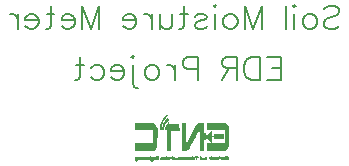
<source format=gbo>
G04 Layer: BottomSilkscreenLayer*
G04 EasyEDA v6.5.22, 2023-04-19 18:57:47*
G04 ea0b047a10f34627951ed673aab6b0d1,23e0b72c0ed747e58eec44992e5d9f69,10*
G04 Gerber Generator version 0.2*
G04 Scale: 100 percent, Rotated: No, Reflected: No *
G04 Dimensions in millimeters *
G04 leading zeros omitted , absolute positions ,4 integer and 5 decimal *
%FSLAX45Y45*%
%MOMM*%

%ADD10C,0.2032*%

%LPD*%
G36*
X1599895Y3730599D02*
G01*
X1596491Y3729228D01*
X1591564Y3725570D01*
X1585722Y3720084D01*
X1579676Y3713378D01*
X1565249Y3696157D01*
X1545793Y3645052D01*
X1545793Y3601872D01*
X1558645Y3601872D01*
X1558696Y3635959D01*
X1575816Y3685743D01*
X1590751Y3701338D01*
X1596542Y3707942D01*
X1601266Y3714394D01*
X1604467Y3719880D01*
X1605686Y3723792D01*
X1605686Y3730599D01*
G37*
G36*
X1609394Y3706215D02*
G01*
X1601571Y3702608D01*
X1597507Y3699306D01*
X1592224Y3692956D01*
X1586331Y3684473D01*
X1580591Y3674821D01*
X1567332Y3650691D01*
X1561846Y3601872D01*
X1579829Y3601872D01*
X1585264Y3640023D01*
X1614474Y3682695D01*
G37*
G36*
X1615186Y3670046D02*
G01*
X1613154Y3669131D01*
X1610156Y3666744D01*
X1606550Y3663137D01*
X1593697Y3647541D01*
X1584756Y3601872D01*
X1597101Y3601872D01*
X1597101Y3420110D01*
X1631289Y3420110D01*
X1631289Y3594303D01*
X1708759Y3594303D01*
X1706118Y3651097D01*
X1618488Y3655415D01*
X1618488Y3662730D01*
X1618234Y3665575D01*
X1617522Y3667861D01*
X1616456Y3669436D01*
G37*
G36*
X1759559Y3663340D02*
G01*
X1727504Y3658666D01*
X1725117Y3427679D01*
X1750568Y3427679D01*
X1760931Y3428085D01*
X1770481Y3429050D01*
X1778101Y3430524D01*
X1782775Y3432301D01*
X1784959Y3434943D01*
X1788617Y3440633D01*
X1793544Y3449015D01*
X1806397Y3472586D01*
X1821992Y3502761D01*
X1842566Y3543858D01*
X1857146Y3571798D01*
X1868271Y3591864D01*
X1872132Y3598164D01*
X1874520Y3601465D01*
X1875180Y3601872D01*
X1879244Y3601872D01*
X1879244Y3427679D01*
X1913432Y3427679D01*
X1913432Y3541268D01*
X1926285Y3541268D01*
X1927656Y3492042D01*
X1931060Y3541014D01*
X1981860Y3495649D01*
X1981860Y3541268D01*
X1998929Y3541268D01*
X1998929Y3526129D01*
X2084425Y3526129D01*
X2084425Y3571595D01*
X2002942Y3571595D01*
X1998014Y3548837D01*
X1981860Y3548837D01*
X1981860Y3594506D01*
X1930552Y3548634D01*
X1929180Y3598062D01*
X1925726Y3548837D01*
X1913432Y3548837D01*
X1913432Y3662426D01*
X1874723Y3662426D01*
X1846376Y3641496D01*
X1771497Y3488283D01*
X1759559Y3488283D01*
G37*
G36*
X1939086Y3662426D02*
G01*
X1939086Y3601872D01*
X2093010Y3601872D01*
X2093010Y3488283D01*
X1939086Y3488283D01*
X1939086Y3427679D01*
X2091740Y3427679D01*
X2118817Y3444443D01*
X2127199Y3472129D01*
X2127199Y3631082D01*
X2104644Y3662426D01*
G37*
G36*
X1332077Y3662426D02*
G01*
X1332077Y3602228D01*
X1483817Y3598062D01*
X1486357Y3488283D01*
X1332077Y3488283D01*
X1332077Y3427679D01*
X1497838Y3427679D01*
X1518005Y3456635D01*
X1520901Y3613353D01*
X1502918Y3653840D01*
X1493367Y3657142D01*
X1491386Y3657600D01*
X1483664Y3658463D01*
X1471676Y3659327D01*
X1438148Y3660749D01*
X1418285Y3661257D01*
G37*
G36*
X1976932Y3386023D02*
G01*
X1972868Y3368700D01*
X1956206Y3376472D01*
X1956206Y3359556D01*
X1971141Y3358489D01*
X1954072Y3345484D01*
X1990394Y3344418D01*
X1991055Y3363315D01*
X1995373Y3344418D01*
X2023872Y3344418D01*
X2028901Y3363315D01*
X2034184Y3342690D01*
X2041550Y3363315D01*
X2041590Y3359556D01*
X2044547Y3359556D01*
X2060956Y3358337D01*
X2049729Y3350412D01*
X2044547Y3359556D01*
X2041590Y3359556D01*
X2041702Y3344418D01*
X2127199Y3344418D01*
X2127199Y3373424D01*
X2121865Y3377234D01*
X2118664Y3378758D01*
X2113991Y3380130D01*
X2108454Y3381146D01*
X2102612Y3381654D01*
X2088743Y3382264D01*
X2088743Y3369868D01*
X2069439Y3371850D01*
X2061616Y3373018D01*
X2054606Y3374644D01*
X2049119Y3376574D01*
X2045919Y3378504D01*
X2041702Y3383178D01*
X2041702Y3369868D01*
X1983993Y3370884D01*
G37*
G36*
X1652574Y3386023D02*
G01*
X1646275Y3370884D01*
X1605686Y3369513D01*
X1605686Y3374644D01*
X1605178Y3376625D01*
X1603756Y3378250D01*
X1601724Y3379317D01*
X1599234Y3379724D01*
X1596745Y3379266D01*
X1594713Y3378047D01*
X1593342Y3376269D01*
X1592834Y3374034D01*
X1592834Y3368395D01*
X1576832Y3371037D01*
X1569974Y3371748D01*
X1563268Y3371748D01*
X1557477Y3371138D01*
X1553311Y3369868D01*
X1545793Y3366109D01*
X1545793Y3344418D01*
X1549755Y3344418D01*
X1551432Y3345129D01*
X1553210Y3347161D01*
X1554886Y3350209D01*
X1556156Y3353866D01*
X1558645Y3363315D01*
X1563624Y3344418D01*
X1597101Y3344418D01*
X1597812Y3363315D01*
X1602435Y3342690D01*
X1609801Y3363315D01*
X1609821Y3359556D01*
X1625600Y3359556D01*
X1642008Y3358337D01*
X1630781Y3350412D01*
X1625600Y3359556D01*
X1609821Y3359556D01*
X1609953Y3344418D01*
X1660550Y3344418D01*
X1665528Y3363315D01*
X1670507Y3344418D01*
X1703984Y3344418D01*
X1704644Y3363315D01*
X1708962Y3344418D01*
X1742439Y3344418D01*
X1743151Y3363315D01*
X1747469Y3344418D01*
X1841398Y3344418D01*
X1838350Y3370884D01*
X1819402Y3369716D01*
X1819300Y3386023D01*
X1813001Y3370884D01*
X1695145Y3370884D01*
X1687677Y3349498D01*
X1672843Y3375761D01*
X1652676Y3366820D01*
G37*
G36*
X1460296Y3386023D02*
G01*
X1453896Y3370884D01*
X1381099Y3374542D01*
X1374902Y3374644D01*
X1360119Y3373729D01*
X1329944Y3370884D01*
X1327200Y3336848D01*
X1347012Y3332530D01*
X1363167Y3363315D01*
X1366977Y3344418D01*
X1378356Y3344418D01*
X1383385Y3363315D01*
X1388364Y3344418D01*
X1443228Y3344418D01*
X1443888Y3363315D01*
X1448206Y3344418D01*
X1456131Y3344418D01*
X1459433Y3343859D01*
X1462481Y3342386D01*
X1464919Y3340201D01*
X1466494Y3337509D01*
X1468882Y3330600D01*
X1474216Y3332581D01*
X1476908Y3333800D01*
X1483715Y3337864D01*
X1494485Y3345992D01*
X1489760Y3359556D01*
X1498803Y3359556D01*
X1498803Y3344418D01*
X1537258Y3344418D01*
X1537258Y3358286D01*
X1537055Y3364077D01*
X1536446Y3369564D01*
X1535531Y3374136D01*
X1534414Y3377234D01*
X1532331Y3379165D01*
X1528826Y3380790D01*
X1524406Y3381857D01*
X1519478Y3382264D01*
X1507337Y3382264D01*
X1507337Y3370579D01*
X1466748Y3370884D01*
G37*
G36*
X1879244Y3382264D02*
G01*
X1879244Y3344418D01*
X1908454Y3344418D01*
X1913432Y3363315D01*
X1918462Y3344418D01*
X1943354Y3344418D01*
X1943354Y3375507D01*
X1898091Y3368141D01*
X1889201Y3377793D01*
X1886559Y3380028D01*
X1884172Y3381552D01*
X1882444Y3382162D01*
G37*
G36*
X1840788Y3382264D02*
G01*
X1840788Y3374694D01*
X1841144Y3371748D01*
X1842058Y3369360D01*
X1843379Y3367735D01*
X1845056Y3367125D01*
X1849323Y3367125D01*
X1849323Y3344418D01*
X1857857Y3344418D01*
X1857857Y3367125D01*
X1871218Y3367125D01*
X1865934Y3382264D01*
G37*
D10*
X2931391Y4622337D02*
G01*
X2949864Y4640811D01*
X2977573Y4650046D01*
X3014517Y4650046D01*
X3042226Y4640811D01*
X3060700Y4622337D01*
X3060700Y4603864D01*
X3051464Y4585393D01*
X3042226Y4576155D01*
X3023755Y4566920D01*
X2968335Y4548446D01*
X2949864Y4539211D01*
X2940626Y4529975D01*
X2931391Y4511502D01*
X2931391Y4483793D01*
X2949864Y4465320D01*
X2977573Y4456084D01*
X3014517Y4456084D01*
X3042226Y4465320D01*
X3060700Y4483793D01*
X2824248Y4585393D02*
G01*
X2842722Y4576155D01*
X2861195Y4557684D01*
X2870431Y4529975D01*
X2870431Y4511502D01*
X2861195Y4483793D01*
X2842722Y4465320D01*
X2824248Y4456084D01*
X2796540Y4456084D01*
X2778066Y4465320D01*
X2759595Y4483793D01*
X2750357Y4511502D01*
X2750357Y4529975D01*
X2759595Y4557684D01*
X2778066Y4576155D01*
X2796540Y4585393D01*
X2824248Y4585393D01*
X2689397Y4650046D02*
G01*
X2680162Y4640811D01*
X2670924Y4650046D01*
X2680162Y4659284D01*
X2689397Y4650046D01*
X2680162Y4585393D02*
G01*
X2680162Y4456084D01*
X2609964Y4650046D02*
G01*
X2609964Y4456084D01*
X2406764Y4650046D02*
G01*
X2406764Y4456084D01*
X2406764Y4650046D02*
G01*
X2332875Y4456084D01*
X2258984Y4650046D02*
G01*
X2332875Y4456084D01*
X2258984Y4650046D02*
G01*
X2258984Y4456084D01*
X2151842Y4585393D02*
G01*
X2170315Y4576155D01*
X2188786Y4557684D01*
X2198024Y4529975D01*
X2198024Y4511502D01*
X2188786Y4483793D01*
X2170315Y4465320D01*
X2151842Y4456084D01*
X2124133Y4456084D01*
X2105659Y4465320D01*
X2087186Y4483793D01*
X2077951Y4511502D01*
X2077951Y4529975D01*
X2087186Y4557684D01*
X2105659Y4576155D01*
X2124133Y4585393D01*
X2151842Y4585393D01*
X2016991Y4650046D02*
G01*
X2007755Y4640811D01*
X1998517Y4650046D01*
X2007755Y4659284D01*
X2016991Y4650046D01*
X2007755Y4585393D02*
G01*
X2007755Y4456084D01*
X1835957Y4557684D02*
G01*
X1845195Y4576155D01*
X1872904Y4585393D01*
X1900613Y4585393D01*
X1928322Y4576155D01*
X1937557Y4557684D01*
X1928322Y4539211D01*
X1909848Y4529975D01*
X1863666Y4520737D01*
X1845195Y4511502D01*
X1835957Y4493028D01*
X1835957Y4483793D01*
X1845195Y4465320D01*
X1872904Y4456084D01*
X1900613Y4456084D01*
X1928322Y4465320D01*
X1937557Y4483793D01*
X1747288Y4650046D02*
G01*
X1747288Y4493028D01*
X1738053Y4465320D01*
X1719579Y4456084D01*
X1701106Y4456084D01*
X1774997Y4585393D02*
G01*
X1710344Y4585393D01*
X1640146Y4585393D02*
G01*
X1640146Y4493028D01*
X1630911Y4465320D01*
X1612437Y4456084D01*
X1584728Y4456084D01*
X1566255Y4465320D01*
X1538546Y4493028D01*
X1538546Y4585393D02*
G01*
X1538546Y4456084D01*
X1477586Y4585393D02*
G01*
X1477586Y4456084D01*
X1477586Y4529975D02*
G01*
X1468351Y4557684D01*
X1449877Y4576155D01*
X1431404Y4585393D01*
X1403695Y4585393D01*
X1342735Y4529975D02*
G01*
X1231900Y4529975D01*
X1231900Y4548446D01*
X1241135Y4566920D01*
X1250373Y4576155D01*
X1268844Y4585393D01*
X1296555Y4585393D01*
X1315026Y4576155D01*
X1333500Y4557684D01*
X1342735Y4529975D01*
X1342735Y4511502D01*
X1333500Y4483793D01*
X1315026Y4465320D01*
X1296555Y4456084D01*
X1268844Y4456084D01*
X1250373Y4465320D01*
X1231900Y4483793D01*
X1028700Y4650046D02*
G01*
X1028700Y4456084D01*
X1028700Y4650046D02*
G01*
X954808Y4456084D01*
X880917Y4650046D02*
G01*
X954808Y4456084D01*
X880917Y4650046D02*
G01*
X880917Y4456084D01*
X819957Y4529975D02*
G01*
X709122Y4529975D01*
X709122Y4548446D01*
X718357Y4566920D01*
X727595Y4576155D01*
X746066Y4585393D01*
X773775Y4585393D01*
X792248Y4576155D01*
X810722Y4557684D01*
X819957Y4529975D01*
X819957Y4511502D01*
X810722Y4483793D01*
X792248Y4465320D01*
X773775Y4456084D01*
X746066Y4456084D01*
X727595Y4465320D01*
X709122Y4483793D01*
X620453Y4650046D02*
G01*
X620453Y4493028D01*
X611215Y4465320D01*
X592744Y4456084D01*
X574271Y4456084D01*
X648162Y4585393D02*
G01*
X583506Y4585393D01*
X513311Y4529975D02*
G01*
X402475Y4529975D01*
X402475Y4548446D01*
X411711Y4566920D01*
X420946Y4576155D01*
X439420Y4585393D01*
X467128Y4585393D01*
X485602Y4576155D01*
X504075Y4557684D01*
X513311Y4529975D01*
X513311Y4511502D01*
X504075Y4483793D01*
X485602Y4465320D01*
X467128Y4456084D01*
X439420Y4456084D01*
X420946Y4465320D01*
X402475Y4483793D01*
X341515Y4585393D02*
G01*
X341515Y4456084D01*
X341515Y4529975D02*
G01*
X332277Y4557684D01*
X313804Y4576155D01*
X295333Y4585393D01*
X267624Y4585393D01*
X2565400Y4218246D02*
G01*
X2565400Y4024284D01*
X2565400Y4218246D02*
G01*
X2445326Y4218246D01*
X2565400Y4125884D02*
G01*
X2491508Y4125884D01*
X2565400Y4024284D02*
G01*
X2445326Y4024284D01*
X2384366Y4218246D02*
G01*
X2384366Y4024284D01*
X2384366Y4218246D02*
G01*
X2319713Y4218246D01*
X2292004Y4209011D01*
X2273531Y4190537D01*
X2264295Y4172064D01*
X2255057Y4144355D01*
X2255057Y4098175D01*
X2264295Y4070464D01*
X2273531Y4051993D01*
X2292004Y4033520D01*
X2319713Y4024284D01*
X2384366Y4024284D01*
X2194097Y4218246D02*
G01*
X2194097Y4024284D01*
X2194097Y4218246D02*
G01*
X2110971Y4218246D01*
X2083262Y4209011D01*
X2074024Y4199775D01*
X2064788Y4181302D01*
X2064788Y4162828D01*
X2074024Y4144355D01*
X2083262Y4135120D01*
X2110971Y4125884D01*
X2194097Y4125884D01*
X2129444Y4125884D02*
G01*
X2064788Y4024284D01*
X1861588Y4218246D02*
G01*
X1861588Y4024284D01*
X1861588Y4218246D02*
G01*
X1778462Y4218246D01*
X1750753Y4209011D01*
X1741515Y4199775D01*
X1732279Y4181302D01*
X1732279Y4153593D01*
X1741515Y4135120D01*
X1750753Y4125884D01*
X1778462Y4116646D01*
X1861588Y4116646D01*
X1671320Y4153593D02*
G01*
X1671320Y4024284D01*
X1671320Y4098175D02*
G01*
X1662084Y4125884D01*
X1643611Y4144355D01*
X1625137Y4153593D01*
X1597428Y4153593D01*
X1490286Y4153593D02*
G01*
X1508760Y4144355D01*
X1527233Y4125884D01*
X1536468Y4098175D01*
X1536468Y4079702D01*
X1527233Y4051993D01*
X1508760Y4033520D01*
X1490286Y4024284D01*
X1462577Y4024284D01*
X1444104Y4033520D01*
X1425633Y4051993D01*
X1416395Y4079702D01*
X1416395Y4098175D01*
X1425633Y4125884D01*
X1444104Y4144355D01*
X1462577Y4153593D01*
X1490286Y4153593D01*
X1318491Y4218246D02*
G01*
X1309255Y4209011D01*
X1300017Y4218246D01*
X1309255Y4227484D01*
X1318491Y4218246D01*
X1309255Y4153593D02*
G01*
X1309255Y3996575D01*
X1318491Y3968864D01*
X1336964Y3959628D01*
X1355435Y3959628D01*
X1239057Y4098175D02*
G01*
X1128222Y4098175D01*
X1128222Y4116646D01*
X1137457Y4135120D01*
X1146695Y4144355D01*
X1165166Y4153593D01*
X1192875Y4153593D01*
X1211348Y4144355D01*
X1229822Y4125884D01*
X1239057Y4098175D01*
X1239057Y4079702D01*
X1229822Y4051993D01*
X1211348Y4033520D01*
X1192875Y4024284D01*
X1165166Y4024284D01*
X1146695Y4033520D01*
X1128222Y4051993D01*
X956424Y4125884D02*
G01*
X974897Y4144355D01*
X993371Y4153593D01*
X1021079Y4153593D01*
X1039553Y4144355D01*
X1058024Y4125884D01*
X1067262Y4098175D01*
X1067262Y4079702D01*
X1058024Y4051993D01*
X1039553Y4033520D01*
X1021079Y4024284D01*
X993371Y4024284D01*
X974897Y4033520D01*
X956424Y4051993D01*
X867755Y4218246D02*
G01*
X867755Y4061228D01*
X858520Y4033520D01*
X840046Y4024284D01*
X821575Y4024284D01*
X895464Y4153593D02*
G01*
X830811Y4153593D01*
M02*

</source>
